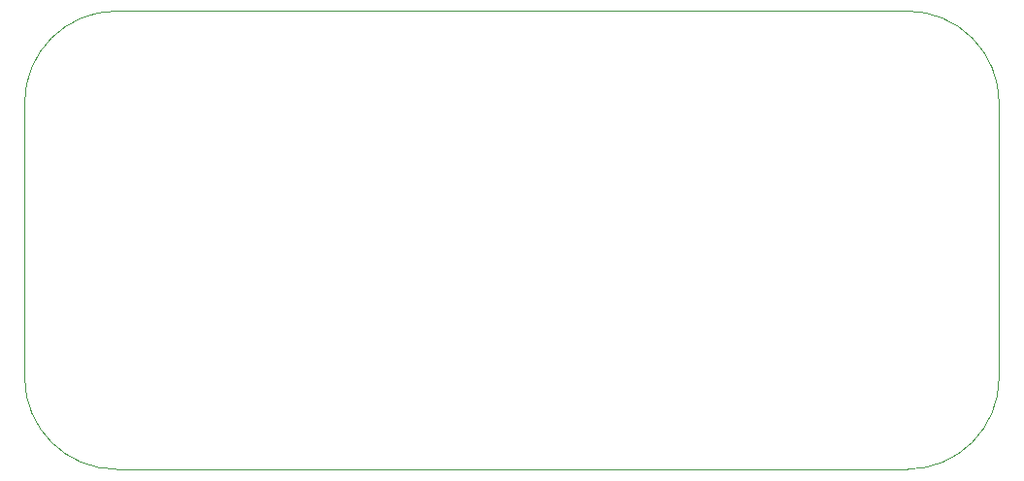
<source format=gbr>
%TF.GenerationSoftware,KiCad,Pcbnew,(5.1.10)-1*%
%TF.CreationDate,2021-07-15T20:54:41+02:00*%
%TF.ProjectId,HighSpeed,48696768-5370-4656-9564-2e6b69636164,rev?*%
%TF.SameCoordinates,Original*%
%TF.FileFunction,Profile,NP*%
%FSLAX46Y46*%
G04 Gerber Fmt 4.6, Leading zero omitted, Abs format (unit mm)*
G04 Created by KiCad (PCBNEW (5.1.10)-1) date 2021-07-15 20:54:41*
%MOMM*%
%LPD*%
G01*
G04 APERTURE LIST*
%TA.AperFunction,Profile*%
%ADD10C,0.050000*%
%TD*%
G04 APERTURE END LIST*
D10*
X102000000Y-98000000D02*
X102000000Y-92950000D01*
X179000000Y-84950000D02*
X110000000Y-84950000D01*
X187000000Y-98000000D02*
X187000000Y-92950000D01*
X110000000Y-124950000D02*
X179000000Y-124950000D01*
X179000000Y-84950000D02*
G75*
G02*
X187000000Y-92950000I0J-8000000D01*
G01*
X187000000Y-116950000D02*
G75*
G02*
X179000000Y-124950000I-8000000J0D01*
G01*
X110000000Y-124950000D02*
G75*
G02*
X102000000Y-116950000I0J8000000D01*
G01*
X102000000Y-92950000D02*
G75*
G02*
X110000000Y-84950000I8000000J0D01*
G01*
X102000000Y-116950000D02*
X102000000Y-98000000D01*
X187000000Y-98000000D02*
X187000000Y-116950000D01*
M02*

</source>
